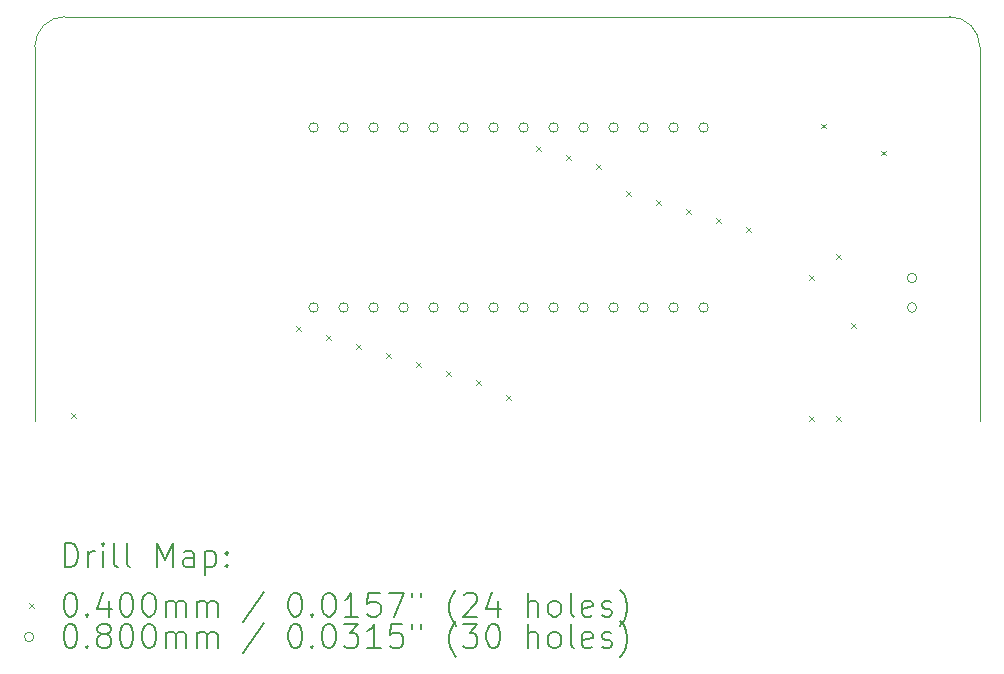
<source format=gbr>
%TF.GenerationSoftware,KiCad,Pcbnew,7.0.3*%
%TF.CreationDate,2023-05-28T22:07:41+08:00*%
%TF.ProjectId,Cartdrige,43617274-6472-4696-9765-2e6b69636164,rev?*%
%TF.SameCoordinates,Original*%
%TF.FileFunction,Drillmap*%
%TF.FilePolarity,Positive*%
%FSLAX45Y45*%
G04 Gerber Fmt 4.5, Leading zero omitted, Abs format (unit mm)*
G04 Created by KiCad (PCBNEW 7.0.3) date 2023-05-28 22:07:41*
%MOMM*%
%LPD*%
G01*
G04 APERTURE LIST*
%ADD10C,0.100000*%
%ADD11C,0.200000*%
%ADD12C,0.040000*%
%ADD13C,0.080000*%
G04 APERTURE END LIST*
D10*
X15163800Y-8661400D02*
X15165605Y-5488205D01*
X7418605Y-5234205D02*
G75*
G03*
X7164605Y-5488205I0J-254000D01*
G01*
X14911605Y-5234205D02*
X7418605Y-5234205D01*
X15165605Y-5488205D02*
G75*
G03*
X14911605Y-5234205I-253985J15D01*
G01*
X7164605Y-5488205D02*
X7162800Y-8661400D01*
D11*
D12*
X7473000Y-8590600D02*
X7513000Y-8630600D01*
X7513000Y-8590600D02*
X7473000Y-8630600D01*
X9378000Y-7854000D02*
X9418000Y-7894000D01*
X9418000Y-7854000D02*
X9378000Y-7894000D01*
X9632000Y-7930200D02*
X9672000Y-7970200D01*
X9672000Y-7930200D02*
X9632000Y-7970200D01*
X9886000Y-8006400D02*
X9926000Y-8046400D01*
X9926000Y-8006400D02*
X9886000Y-8046400D01*
X10140000Y-8082600D02*
X10180000Y-8122600D01*
X10180000Y-8082600D02*
X10140000Y-8122600D01*
X10394000Y-8158800D02*
X10434000Y-8198800D01*
X10434000Y-8158800D02*
X10394000Y-8198800D01*
X10648000Y-8235000D02*
X10688000Y-8275000D01*
X10688000Y-8235000D02*
X10648000Y-8275000D01*
X10902000Y-8311200D02*
X10942000Y-8351200D01*
X10942000Y-8311200D02*
X10902000Y-8351200D01*
X11156000Y-8438200D02*
X11196000Y-8478200D01*
X11196000Y-8438200D02*
X11156000Y-8478200D01*
X11410000Y-6330000D02*
X11450000Y-6370000D01*
X11450000Y-6330000D02*
X11410000Y-6370000D01*
X11664000Y-6406200D02*
X11704000Y-6446200D01*
X11704000Y-6406200D02*
X11664000Y-6446200D01*
X11918000Y-6482400D02*
X11958000Y-6522400D01*
X11958000Y-6482400D02*
X11918000Y-6522400D01*
X12172000Y-6711000D02*
X12212000Y-6751000D01*
X12212000Y-6711000D02*
X12172000Y-6751000D01*
X12426000Y-6787200D02*
X12466000Y-6827200D01*
X12466000Y-6787200D02*
X12426000Y-6827200D01*
X12680000Y-6863400D02*
X12720000Y-6903400D01*
X12720000Y-6863400D02*
X12680000Y-6903400D01*
X12934000Y-6939600D02*
X12974000Y-6979600D01*
X12974000Y-6939600D02*
X12934000Y-6979600D01*
X13188000Y-7015800D02*
X13228000Y-7055800D01*
X13228000Y-7015800D02*
X13188000Y-7055800D01*
X13721400Y-7422200D02*
X13761400Y-7462200D01*
X13761400Y-7422200D02*
X13721400Y-7462200D01*
X13721400Y-8616000D02*
X13761400Y-8656000D01*
X13761400Y-8616000D02*
X13721400Y-8656000D01*
X13823000Y-6139500D02*
X13863000Y-6179500D01*
X13863000Y-6139500D02*
X13823000Y-6179500D01*
X13950000Y-7244400D02*
X13990000Y-7284400D01*
X13990000Y-7244400D02*
X13950000Y-7284400D01*
X13950000Y-8616000D02*
X13990000Y-8656000D01*
X13990000Y-8616000D02*
X13950000Y-8656000D01*
X14077000Y-7828600D02*
X14117000Y-7868600D01*
X14117000Y-7828600D02*
X14077000Y-7868600D01*
X14331000Y-6368100D02*
X14371000Y-6408100D01*
X14371000Y-6368100D02*
X14331000Y-6408100D01*
D13*
X9565000Y-6172200D02*
G75*
G03*
X9565000Y-6172200I-40000J0D01*
G01*
X9565000Y-7696200D02*
G75*
G03*
X9565000Y-7696200I-40000J0D01*
G01*
X9819000Y-6172200D02*
G75*
G03*
X9819000Y-6172200I-40000J0D01*
G01*
X9819000Y-7696200D02*
G75*
G03*
X9819000Y-7696200I-40000J0D01*
G01*
X10073000Y-6172200D02*
G75*
G03*
X10073000Y-6172200I-40000J0D01*
G01*
X10073000Y-7696200D02*
G75*
G03*
X10073000Y-7696200I-40000J0D01*
G01*
X10327000Y-6172200D02*
G75*
G03*
X10327000Y-6172200I-40000J0D01*
G01*
X10327000Y-7696200D02*
G75*
G03*
X10327000Y-7696200I-40000J0D01*
G01*
X10581000Y-6172200D02*
G75*
G03*
X10581000Y-6172200I-40000J0D01*
G01*
X10581000Y-7696200D02*
G75*
G03*
X10581000Y-7696200I-40000J0D01*
G01*
X10835000Y-6172200D02*
G75*
G03*
X10835000Y-6172200I-40000J0D01*
G01*
X10835000Y-7696200D02*
G75*
G03*
X10835000Y-7696200I-40000J0D01*
G01*
X11089000Y-6172200D02*
G75*
G03*
X11089000Y-6172200I-40000J0D01*
G01*
X11089000Y-7696200D02*
G75*
G03*
X11089000Y-7696200I-40000J0D01*
G01*
X11343000Y-6172200D02*
G75*
G03*
X11343000Y-6172200I-40000J0D01*
G01*
X11343000Y-7696200D02*
G75*
G03*
X11343000Y-7696200I-40000J0D01*
G01*
X11597000Y-6172200D02*
G75*
G03*
X11597000Y-6172200I-40000J0D01*
G01*
X11597000Y-7696200D02*
G75*
G03*
X11597000Y-7696200I-40000J0D01*
G01*
X11851000Y-6172200D02*
G75*
G03*
X11851000Y-6172200I-40000J0D01*
G01*
X11851000Y-7696200D02*
G75*
G03*
X11851000Y-7696200I-40000J0D01*
G01*
X12105000Y-6172200D02*
G75*
G03*
X12105000Y-6172200I-40000J0D01*
G01*
X12105000Y-7696200D02*
G75*
G03*
X12105000Y-7696200I-40000J0D01*
G01*
X12359000Y-6172200D02*
G75*
G03*
X12359000Y-6172200I-40000J0D01*
G01*
X12359000Y-7696200D02*
G75*
G03*
X12359000Y-7696200I-40000J0D01*
G01*
X12613000Y-6172200D02*
G75*
G03*
X12613000Y-6172200I-40000J0D01*
G01*
X12613000Y-7696200D02*
G75*
G03*
X12613000Y-7696200I-40000J0D01*
G01*
X12867000Y-6172200D02*
G75*
G03*
X12867000Y-6172200I-40000J0D01*
G01*
X12867000Y-7696200D02*
G75*
G03*
X12867000Y-7696200I-40000J0D01*
G01*
X14632300Y-7446200D02*
G75*
G03*
X14632300Y-7446200I-40000J0D01*
G01*
X14632300Y-7696200D02*
G75*
G03*
X14632300Y-7696200I-40000J0D01*
G01*
D11*
X7417577Y-9893284D02*
X7417577Y-9693284D01*
X7417577Y-9693284D02*
X7465196Y-9693284D01*
X7465196Y-9693284D02*
X7493767Y-9702808D01*
X7493767Y-9702808D02*
X7512815Y-9721855D01*
X7512815Y-9721855D02*
X7522339Y-9740903D01*
X7522339Y-9740903D02*
X7531862Y-9778998D01*
X7531862Y-9778998D02*
X7531862Y-9807570D01*
X7531862Y-9807570D02*
X7522339Y-9845665D01*
X7522339Y-9845665D02*
X7512815Y-9864712D01*
X7512815Y-9864712D02*
X7493767Y-9883760D01*
X7493767Y-9883760D02*
X7465196Y-9893284D01*
X7465196Y-9893284D02*
X7417577Y-9893284D01*
X7617577Y-9893284D02*
X7617577Y-9759950D01*
X7617577Y-9798046D02*
X7627101Y-9778998D01*
X7627101Y-9778998D02*
X7636624Y-9769474D01*
X7636624Y-9769474D02*
X7655672Y-9759950D01*
X7655672Y-9759950D02*
X7674720Y-9759950D01*
X7741386Y-9893284D02*
X7741386Y-9759950D01*
X7741386Y-9693284D02*
X7731862Y-9702808D01*
X7731862Y-9702808D02*
X7741386Y-9712331D01*
X7741386Y-9712331D02*
X7750910Y-9702808D01*
X7750910Y-9702808D02*
X7741386Y-9693284D01*
X7741386Y-9693284D02*
X7741386Y-9712331D01*
X7865196Y-9893284D02*
X7846148Y-9883760D01*
X7846148Y-9883760D02*
X7836624Y-9864712D01*
X7836624Y-9864712D02*
X7836624Y-9693284D01*
X7969958Y-9893284D02*
X7950910Y-9883760D01*
X7950910Y-9883760D02*
X7941386Y-9864712D01*
X7941386Y-9864712D02*
X7941386Y-9693284D01*
X8198529Y-9893284D02*
X8198529Y-9693284D01*
X8198529Y-9693284D02*
X8265196Y-9836141D01*
X8265196Y-9836141D02*
X8331862Y-9693284D01*
X8331862Y-9693284D02*
X8331862Y-9893284D01*
X8512815Y-9893284D02*
X8512815Y-9788522D01*
X8512815Y-9788522D02*
X8503291Y-9769474D01*
X8503291Y-9769474D02*
X8484244Y-9759950D01*
X8484244Y-9759950D02*
X8446148Y-9759950D01*
X8446148Y-9759950D02*
X8427101Y-9769474D01*
X8512815Y-9883760D02*
X8493767Y-9893284D01*
X8493767Y-9893284D02*
X8446148Y-9893284D01*
X8446148Y-9893284D02*
X8427101Y-9883760D01*
X8427101Y-9883760D02*
X8417577Y-9864712D01*
X8417577Y-9864712D02*
X8417577Y-9845665D01*
X8417577Y-9845665D02*
X8427101Y-9826617D01*
X8427101Y-9826617D02*
X8446148Y-9817093D01*
X8446148Y-9817093D02*
X8493767Y-9817093D01*
X8493767Y-9817093D02*
X8512815Y-9807570D01*
X8608053Y-9759950D02*
X8608053Y-9959950D01*
X8608053Y-9769474D02*
X8627101Y-9759950D01*
X8627101Y-9759950D02*
X8665196Y-9759950D01*
X8665196Y-9759950D02*
X8684244Y-9769474D01*
X8684244Y-9769474D02*
X8693767Y-9778998D01*
X8693767Y-9778998D02*
X8703291Y-9798046D01*
X8703291Y-9798046D02*
X8703291Y-9855189D01*
X8703291Y-9855189D02*
X8693767Y-9874236D01*
X8693767Y-9874236D02*
X8684244Y-9883760D01*
X8684244Y-9883760D02*
X8665196Y-9893284D01*
X8665196Y-9893284D02*
X8627101Y-9893284D01*
X8627101Y-9893284D02*
X8608053Y-9883760D01*
X8789005Y-9874236D02*
X8798529Y-9883760D01*
X8798529Y-9883760D02*
X8789005Y-9893284D01*
X8789005Y-9893284D02*
X8779482Y-9883760D01*
X8779482Y-9883760D02*
X8789005Y-9874236D01*
X8789005Y-9874236D02*
X8789005Y-9893284D01*
X8789005Y-9769474D02*
X8798529Y-9778998D01*
X8798529Y-9778998D02*
X8789005Y-9788522D01*
X8789005Y-9788522D02*
X8779482Y-9778998D01*
X8779482Y-9778998D02*
X8789005Y-9769474D01*
X8789005Y-9769474D02*
X8789005Y-9788522D01*
D12*
X7116800Y-10201800D02*
X7156800Y-10241800D01*
X7156800Y-10201800D02*
X7116800Y-10241800D01*
D11*
X7455672Y-10113284D02*
X7474720Y-10113284D01*
X7474720Y-10113284D02*
X7493767Y-10122808D01*
X7493767Y-10122808D02*
X7503291Y-10132331D01*
X7503291Y-10132331D02*
X7512815Y-10151379D01*
X7512815Y-10151379D02*
X7522339Y-10189474D01*
X7522339Y-10189474D02*
X7522339Y-10237093D01*
X7522339Y-10237093D02*
X7512815Y-10275189D01*
X7512815Y-10275189D02*
X7503291Y-10294236D01*
X7503291Y-10294236D02*
X7493767Y-10303760D01*
X7493767Y-10303760D02*
X7474720Y-10313284D01*
X7474720Y-10313284D02*
X7455672Y-10313284D01*
X7455672Y-10313284D02*
X7436624Y-10303760D01*
X7436624Y-10303760D02*
X7427101Y-10294236D01*
X7427101Y-10294236D02*
X7417577Y-10275189D01*
X7417577Y-10275189D02*
X7408053Y-10237093D01*
X7408053Y-10237093D02*
X7408053Y-10189474D01*
X7408053Y-10189474D02*
X7417577Y-10151379D01*
X7417577Y-10151379D02*
X7427101Y-10132331D01*
X7427101Y-10132331D02*
X7436624Y-10122808D01*
X7436624Y-10122808D02*
X7455672Y-10113284D01*
X7608053Y-10294236D02*
X7617577Y-10303760D01*
X7617577Y-10303760D02*
X7608053Y-10313284D01*
X7608053Y-10313284D02*
X7598529Y-10303760D01*
X7598529Y-10303760D02*
X7608053Y-10294236D01*
X7608053Y-10294236D02*
X7608053Y-10313284D01*
X7789005Y-10179950D02*
X7789005Y-10313284D01*
X7741386Y-10103760D02*
X7693767Y-10246617D01*
X7693767Y-10246617D02*
X7817577Y-10246617D01*
X7931862Y-10113284D02*
X7950910Y-10113284D01*
X7950910Y-10113284D02*
X7969958Y-10122808D01*
X7969958Y-10122808D02*
X7979482Y-10132331D01*
X7979482Y-10132331D02*
X7989005Y-10151379D01*
X7989005Y-10151379D02*
X7998529Y-10189474D01*
X7998529Y-10189474D02*
X7998529Y-10237093D01*
X7998529Y-10237093D02*
X7989005Y-10275189D01*
X7989005Y-10275189D02*
X7979482Y-10294236D01*
X7979482Y-10294236D02*
X7969958Y-10303760D01*
X7969958Y-10303760D02*
X7950910Y-10313284D01*
X7950910Y-10313284D02*
X7931862Y-10313284D01*
X7931862Y-10313284D02*
X7912815Y-10303760D01*
X7912815Y-10303760D02*
X7903291Y-10294236D01*
X7903291Y-10294236D02*
X7893767Y-10275189D01*
X7893767Y-10275189D02*
X7884243Y-10237093D01*
X7884243Y-10237093D02*
X7884243Y-10189474D01*
X7884243Y-10189474D02*
X7893767Y-10151379D01*
X7893767Y-10151379D02*
X7903291Y-10132331D01*
X7903291Y-10132331D02*
X7912815Y-10122808D01*
X7912815Y-10122808D02*
X7931862Y-10113284D01*
X8122339Y-10113284D02*
X8141386Y-10113284D01*
X8141386Y-10113284D02*
X8160434Y-10122808D01*
X8160434Y-10122808D02*
X8169958Y-10132331D01*
X8169958Y-10132331D02*
X8179482Y-10151379D01*
X8179482Y-10151379D02*
X8189005Y-10189474D01*
X8189005Y-10189474D02*
X8189005Y-10237093D01*
X8189005Y-10237093D02*
X8179482Y-10275189D01*
X8179482Y-10275189D02*
X8169958Y-10294236D01*
X8169958Y-10294236D02*
X8160434Y-10303760D01*
X8160434Y-10303760D02*
X8141386Y-10313284D01*
X8141386Y-10313284D02*
X8122339Y-10313284D01*
X8122339Y-10313284D02*
X8103291Y-10303760D01*
X8103291Y-10303760D02*
X8093767Y-10294236D01*
X8093767Y-10294236D02*
X8084243Y-10275189D01*
X8084243Y-10275189D02*
X8074720Y-10237093D01*
X8074720Y-10237093D02*
X8074720Y-10189474D01*
X8074720Y-10189474D02*
X8084243Y-10151379D01*
X8084243Y-10151379D02*
X8093767Y-10132331D01*
X8093767Y-10132331D02*
X8103291Y-10122808D01*
X8103291Y-10122808D02*
X8122339Y-10113284D01*
X8274720Y-10313284D02*
X8274720Y-10179950D01*
X8274720Y-10198998D02*
X8284243Y-10189474D01*
X8284243Y-10189474D02*
X8303291Y-10179950D01*
X8303291Y-10179950D02*
X8331863Y-10179950D01*
X8331863Y-10179950D02*
X8350910Y-10189474D01*
X8350910Y-10189474D02*
X8360434Y-10208522D01*
X8360434Y-10208522D02*
X8360434Y-10313284D01*
X8360434Y-10208522D02*
X8369958Y-10189474D01*
X8369958Y-10189474D02*
X8389005Y-10179950D01*
X8389005Y-10179950D02*
X8417577Y-10179950D01*
X8417577Y-10179950D02*
X8436625Y-10189474D01*
X8436625Y-10189474D02*
X8446148Y-10208522D01*
X8446148Y-10208522D02*
X8446148Y-10313284D01*
X8541386Y-10313284D02*
X8541386Y-10179950D01*
X8541386Y-10198998D02*
X8550910Y-10189474D01*
X8550910Y-10189474D02*
X8569958Y-10179950D01*
X8569958Y-10179950D02*
X8598529Y-10179950D01*
X8598529Y-10179950D02*
X8617577Y-10189474D01*
X8617577Y-10189474D02*
X8627101Y-10208522D01*
X8627101Y-10208522D02*
X8627101Y-10313284D01*
X8627101Y-10208522D02*
X8636625Y-10189474D01*
X8636625Y-10189474D02*
X8655672Y-10179950D01*
X8655672Y-10179950D02*
X8684244Y-10179950D01*
X8684244Y-10179950D02*
X8703291Y-10189474D01*
X8703291Y-10189474D02*
X8712815Y-10208522D01*
X8712815Y-10208522D02*
X8712815Y-10313284D01*
X9103291Y-10103760D02*
X8931863Y-10360903D01*
X9360434Y-10113284D02*
X9379482Y-10113284D01*
X9379482Y-10113284D02*
X9398529Y-10122808D01*
X9398529Y-10122808D02*
X9408053Y-10132331D01*
X9408053Y-10132331D02*
X9417577Y-10151379D01*
X9417577Y-10151379D02*
X9427101Y-10189474D01*
X9427101Y-10189474D02*
X9427101Y-10237093D01*
X9427101Y-10237093D02*
X9417577Y-10275189D01*
X9417577Y-10275189D02*
X9408053Y-10294236D01*
X9408053Y-10294236D02*
X9398529Y-10303760D01*
X9398529Y-10303760D02*
X9379482Y-10313284D01*
X9379482Y-10313284D02*
X9360434Y-10313284D01*
X9360434Y-10313284D02*
X9341387Y-10303760D01*
X9341387Y-10303760D02*
X9331863Y-10294236D01*
X9331863Y-10294236D02*
X9322339Y-10275189D01*
X9322339Y-10275189D02*
X9312815Y-10237093D01*
X9312815Y-10237093D02*
X9312815Y-10189474D01*
X9312815Y-10189474D02*
X9322339Y-10151379D01*
X9322339Y-10151379D02*
X9331863Y-10132331D01*
X9331863Y-10132331D02*
X9341387Y-10122808D01*
X9341387Y-10122808D02*
X9360434Y-10113284D01*
X9512815Y-10294236D02*
X9522339Y-10303760D01*
X9522339Y-10303760D02*
X9512815Y-10313284D01*
X9512815Y-10313284D02*
X9503291Y-10303760D01*
X9503291Y-10303760D02*
X9512815Y-10294236D01*
X9512815Y-10294236D02*
X9512815Y-10313284D01*
X9646148Y-10113284D02*
X9665196Y-10113284D01*
X9665196Y-10113284D02*
X9684244Y-10122808D01*
X9684244Y-10122808D02*
X9693768Y-10132331D01*
X9693768Y-10132331D02*
X9703291Y-10151379D01*
X9703291Y-10151379D02*
X9712815Y-10189474D01*
X9712815Y-10189474D02*
X9712815Y-10237093D01*
X9712815Y-10237093D02*
X9703291Y-10275189D01*
X9703291Y-10275189D02*
X9693768Y-10294236D01*
X9693768Y-10294236D02*
X9684244Y-10303760D01*
X9684244Y-10303760D02*
X9665196Y-10313284D01*
X9665196Y-10313284D02*
X9646148Y-10313284D01*
X9646148Y-10313284D02*
X9627101Y-10303760D01*
X9627101Y-10303760D02*
X9617577Y-10294236D01*
X9617577Y-10294236D02*
X9608053Y-10275189D01*
X9608053Y-10275189D02*
X9598529Y-10237093D01*
X9598529Y-10237093D02*
X9598529Y-10189474D01*
X9598529Y-10189474D02*
X9608053Y-10151379D01*
X9608053Y-10151379D02*
X9617577Y-10132331D01*
X9617577Y-10132331D02*
X9627101Y-10122808D01*
X9627101Y-10122808D02*
X9646148Y-10113284D01*
X9903291Y-10313284D02*
X9789006Y-10313284D01*
X9846148Y-10313284D02*
X9846148Y-10113284D01*
X9846148Y-10113284D02*
X9827101Y-10141855D01*
X9827101Y-10141855D02*
X9808053Y-10160903D01*
X9808053Y-10160903D02*
X9789006Y-10170427D01*
X10084244Y-10113284D02*
X9989006Y-10113284D01*
X9989006Y-10113284D02*
X9979482Y-10208522D01*
X9979482Y-10208522D02*
X9989006Y-10198998D01*
X9989006Y-10198998D02*
X10008053Y-10189474D01*
X10008053Y-10189474D02*
X10055672Y-10189474D01*
X10055672Y-10189474D02*
X10074720Y-10198998D01*
X10074720Y-10198998D02*
X10084244Y-10208522D01*
X10084244Y-10208522D02*
X10093768Y-10227570D01*
X10093768Y-10227570D02*
X10093768Y-10275189D01*
X10093768Y-10275189D02*
X10084244Y-10294236D01*
X10084244Y-10294236D02*
X10074720Y-10303760D01*
X10074720Y-10303760D02*
X10055672Y-10313284D01*
X10055672Y-10313284D02*
X10008053Y-10313284D01*
X10008053Y-10313284D02*
X9989006Y-10303760D01*
X9989006Y-10303760D02*
X9979482Y-10294236D01*
X10160434Y-10113284D02*
X10293768Y-10113284D01*
X10293768Y-10113284D02*
X10208053Y-10313284D01*
X10360434Y-10113284D02*
X10360434Y-10151379D01*
X10436625Y-10113284D02*
X10436625Y-10151379D01*
X10731863Y-10389474D02*
X10722339Y-10379950D01*
X10722339Y-10379950D02*
X10703291Y-10351379D01*
X10703291Y-10351379D02*
X10693768Y-10332331D01*
X10693768Y-10332331D02*
X10684244Y-10303760D01*
X10684244Y-10303760D02*
X10674720Y-10256141D01*
X10674720Y-10256141D02*
X10674720Y-10218046D01*
X10674720Y-10218046D02*
X10684244Y-10170427D01*
X10684244Y-10170427D02*
X10693768Y-10141855D01*
X10693768Y-10141855D02*
X10703291Y-10122808D01*
X10703291Y-10122808D02*
X10722339Y-10094236D01*
X10722339Y-10094236D02*
X10731863Y-10084712D01*
X10798530Y-10132331D02*
X10808053Y-10122808D01*
X10808053Y-10122808D02*
X10827101Y-10113284D01*
X10827101Y-10113284D02*
X10874720Y-10113284D01*
X10874720Y-10113284D02*
X10893768Y-10122808D01*
X10893768Y-10122808D02*
X10903291Y-10132331D01*
X10903291Y-10132331D02*
X10912815Y-10151379D01*
X10912815Y-10151379D02*
X10912815Y-10170427D01*
X10912815Y-10170427D02*
X10903291Y-10198998D01*
X10903291Y-10198998D02*
X10789006Y-10313284D01*
X10789006Y-10313284D02*
X10912815Y-10313284D01*
X11084244Y-10179950D02*
X11084244Y-10313284D01*
X11036625Y-10103760D02*
X10989006Y-10246617D01*
X10989006Y-10246617D02*
X11112815Y-10246617D01*
X11341387Y-10313284D02*
X11341387Y-10113284D01*
X11427101Y-10313284D02*
X11427101Y-10208522D01*
X11427101Y-10208522D02*
X11417577Y-10189474D01*
X11417577Y-10189474D02*
X11398530Y-10179950D01*
X11398530Y-10179950D02*
X11369958Y-10179950D01*
X11369958Y-10179950D02*
X11350910Y-10189474D01*
X11350910Y-10189474D02*
X11341387Y-10198998D01*
X11550910Y-10313284D02*
X11531863Y-10303760D01*
X11531863Y-10303760D02*
X11522339Y-10294236D01*
X11522339Y-10294236D02*
X11512815Y-10275189D01*
X11512815Y-10275189D02*
X11512815Y-10218046D01*
X11512815Y-10218046D02*
X11522339Y-10198998D01*
X11522339Y-10198998D02*
X11531863Y-10189474D01*
X11531863Y-10189474D02*
X11550910Y-10179950D01*
X11550910Y-10179950D02*
X11579482Y-10179950D01*
X11579482Y-10179950D02*
X11598530Y-10189474D01*
X11598530Y-10189474D02*
X11608053Y-10198998D01*
X11608053Y-10198998D02*
X11617577Y-10218046D01*
X11617577Y-10218046D02*
X11617577Y-10275189D01*
X11617577Y-10275189D02*
X11608053Y-10294236D01*
X11608053Y-10294236D02*
X11598530Y-10303760D01*
X11598530Y-10303760D02*
X11579482Y-10313284D01*
X11579482Y-10313284D02*
X11550910Y-10313284D01*
X11731863Y-10313284D02*
X11712815Y-10303760D01*
X11712815Y-10303760D02*
X11703291Y-10284712D01*
X11703291Y-10284712D02*
X11703291Y-10113284D01*
X11884244Y-10303760D02*
X11865196Y-10313284D01*
X11865196Y-10313284D02*
X11827101Y-10313284D01*
X11827101Y-10313284D02*
X11808053Y-10303760D01*
X11808053Y-10303760D02*
X11798530Y-10284712D01*
X11798530Y-10284712D02*
X11798530Y-10208522D01*
X11798530Y-10208522D02*
X11808053Y-10189474D01*
X11808053Y-10189474D02*
X11827101Y-10179950D01*
X11827101Y-10179950D02*
X11865196Y-10179950D01*
X11865196Y-10179950D02*
X11884244Y-10189474D01*
X11884244Y-10189474D02*
X11893768Y-10208522D01*
X11893768Y-10208522D02*
X11893768Y-10227570D01*
X11893768Y-10227570D02*
X11798530Y-10246617D01*
X11969958Y-10303760D02*
X11989006Y-10313284D01*
X11989006Y-10313284D02*
X12027101Y-10313284D01*
X12027101Y-10313284D02*
X12046149Y-10303760D01*
X12046149Y-10303760D02*
X12055672Y-10284712D01*
X12055672Y-10284712D02*
X12055672Y-10275189D01*
X12055672Y-10275189D02*
X12046149Y-10256141D01*
X12046149Y-10256141D02*
X12027101Y-10246617D01*
X12027101Y-10246617D02*
X11998530Y-10246617D01*
X11998530Y-10246617D02*
X11979482Y-10237093D01*
X11979482Y-10237093D02*
X11969958Y-10218046D01*
X11969958Y-10218046D02*
X11969958Y-10208522D01*
X11969958Y-10208522D02*
X11979482Y-10189474D01*
X11979482Y-10189474D02*
X11998530Y-10179950D01*
X11998530Y-10179950D02*
X12027101Y-10179950D01*
X12027101Y-10179950D02*
X12046149Y-10189474D01*
X12122339Y-10389474D02*
X12131863Y-10379950D01*
X12131863Y-10379950D02*
X12150911Y-10351379D01*
X12150911Y-10351379D02*
X12160434Y-10332331D01*
X12160434Y-10332331D02*
X12169958Y-10303760D01*
X12169958Y-10303760D02*
X12179482Y-10256141D01*
X12179482Y-10256141D02*
X12179482Y-10218046D01*
X12179482Y-10218046D02*
X12169958Y-10170427D01*
X12169958Y-10170427D02*
X12160434Y-10141855D01*
X12160434Y-10141855D02*
X12150911Y-10122808D01*
X12150911Y-10122808D02*
X12131863Y-10094236D01*
X12131863Y-10094236D02*
X12122339Y-10084712D01*
D13*
X7156800Y-10485800D02*
G75*
G03*
X7156800Y-10485800I-40000J0D01*
G01*
D11*
X7455672Y-10377284D02*
X7474720Y-10377284D01*
X7474720Y-10377284D02*
X7493767Y-10386808D01*
X7493767Y-10386808D02*
X7503291Y-10396331D01*
X7503291Y-10396331D02*
X7512815Y-10415379D01*
X7512815Y-10415379D02*
X7522339Y-10453474D01*
X7522339Y-10453474D02*
X7522339Y-10501093D01*
X7522339Y-10501093D02*
X7512815Y-10539189D01*
X7512815Y-10539189D02*
X7503291Y-10558236D01*
X7503291Y-10558236D02*
X7493767Y-10567760D01*
X7493767Y-10567760D02*
X7474720Y-10577284D01*
X7474720Y-10577284D02*
X7455672Y-10577284D01*
X7455672Y-10577284D02*
X7436624Y-10567760D01*
X7436624Y-10567760D02*
X7427101Y-10558236D01*
X7427101Y-10558236D02*
X7417577Y-10539189D01*
X7417577Y-10539189D02*
X7408053Y-10501093D01*
X7408053Y-10501093D02*
X7408053Y-10453474D01*
X7408053Y-10453474D02*
X7417577Y-10415379D01*
X7417577Y-10415379D02*
X7427101Y-10396331D01*
X7427101Y-10396331D02*
X7436624Y-10386808D01*
X7436624Y-10386808D02*
X7455672Y-10377284D01*
X7608053Y-10558236D02*
X7617577Y-10567760D01*
X7617577Y-10567760D02*
X7608053Y-10577284D01*
X7608053Y-10577284D02*
X7598529Y-10567760D01*
X7598529Y-10567760D02*
X7608053Y-10558236D01*
X7608053Y-10558236D02*
X7608053Y-10577284D01*
X7731862Y-10462998D02*
X7712815Y-10453474D01*
X7712815Y-10453474D02*
X7703291Y-10443950D01*
X7703291Y-10443950D02*
X7693767Y-10424903D01*
X7693767Y-10424903D02*
X7693767Y-10415379D01*
X7693767Y-10415379D02*
X7703291Y-10396331D01*
X7703291Y-10396331D02*
X7712815Y-10386808D01*
X7712815Y-10386808D02*
X7731862Y-10377284D01*
X7731862Y-10377284D02*
X7769958Y-10377284D01*
X7769958Y-10377284D02*
X7789005Y-10386808D01*
X7789005Y-10386808D02*
X7798529Y-10396331D01*
X7798529Y-10396331D02*
X7808053Y-10415379D01*
X7808053Y-10415379D02*
X7808053Y-10424903D01*
X7808053Y-10424903D02*
X7798529Y-10443950D01*
X7798529Y-10443950D02*
X7789005Y-10453474D01*
X7789005Y-10453474D02*
X7769958Y-10462998D01*
X7769958Y-10462998D02*
X7731862Y-10462998D01*
X7731862Y-10462998D02*
X7712815Y-10472522D01*
X7712815Y-10472522D02*
X7703291Y-10482046D01*
X7703291Y-10482046D02*
X7693767Y-10501093D01*
X7693767Y-10501093D02*
X7693767Y-10539189D01*
X7693767Y-10539189D02*
X7703291Y-10558236D01*
X7703291Y-10558236D02*
X7712815Y-10567760D01*
X7712815Y-10567760D02*
X7731862Y-10577284D01*
X7731862Y-10577284D02*
X7769958Y-10577284D01*
X7769958Y-10577284D02*
X7789005Y-10567760D01*
X7789005Y-10567760D02*
X7798529Y-10558236D01*
X7798529Y-10558236D02*
X7808053Y-10539189D01*
X7808053Y-10539189D02*
X7808053Y-10501093D01*
X7808053Y-10501093D02*
X7798529Y-10482046D01*
X7798529Y-10482046D02*
X7789005Y-10472522D01*
X7789005Y-10472522D02*
X7769958Y-10462998D01*
X7931862Y-10377284D02*
X7950910Y-10377284D01*
X7950910Y-10377284D02*
X7969958Y-10386808D01*
X7969958Y-10386808D02*
X7979482Y-10396331D01*
X7979482Y-10396331D02*
X7989005Y-10415379D01*
X7989005Y-10415379D02*
X7998529Y-10453474D01*
X7998529Y-10453474D02*
X7998529Y-10501093D01*
X7998529Y-10501093D02*
X7989005Y-10539189D01*
X7989005Y-10539189D02*
X7979482Y-10558236D01*
X7979482Y-10558236D02*
X7969958Y-10567760D01*
X7969958Y-10567760D02*
X7950910Y-10577284D01*
X7950910Y-10577284D02*
X7931862Y-10577284D01*
X7931862Y-10577284D02*
X7912815Y-10567760D01*
X7912815Y-10567760D02*
X7903291Y-10558236D01*
X7903291Y-10558236D02*
X7893767Y-10539189D01*
X7893767Y-10539189D02*
X7884243Y-10501093D01*
X7884243Y-10501093D02*
X7884243Y-10453474D01*
X7884243Y-10453474D02*
X7893767Y-10415379D01*
X7893767Y-10415379D02*
X7903291Y-10396331D01*
X7903291Y-10396331D02*
X7912815Y-10386808D01*
X7912815Y-10386808D02*
X7931862Y-10377284D01*
X8122339Y-10377284D02*
X8141386Y-10377284D01*
X8141386Y-10377284D02*
X8160434Y-10386808D01*
X8160434Y-10386808D02*
X8169958Y-10396331D01*
X8169958Y-10396331D02*
X8179482Y-10415379D01*
X8179482Y-10415379D02*
X8189005Y-10453474D01*
X8189005Y-10453474D02*
X8189005Y-10501093D01*
X8189005Y-10501093D02*
X8179482Y-10539189D01*
X8179482Y-10539189D02*
X8169958Y-10558236D01*
X8169958Y-10558236D02*
X8160434Y-10567760D01*
X8160434Y-10567760D02*
X8141386Y-10577284D01*
X8141386Y-10577284D02*
X8122339Y-10577284D01*
X8122339Y-10577284D02*
X8103291Y-10567760D01*
X8103291Y-10567760D02*
X8093767Y-10558236D01*
X8093767Y-10558236D02*
X8084243Y-10539189D01*
X8084243Y-10539189D02*
X8074720Y-10501093D01*
X8074720Y-10501093D02*
X8074720Y-10453474D01*
X8074720Y-10453474D02*
X8084243Y-10415379D01*
X8084243Y-10415379D02*
X8093767Y-10396331D01*
X8093767Y-10396331D02*
X8103291Y-10386808D01*
X8103291Y-10386808D02*
X8122339Y-10377284D01*
X8274720Y-10577284D02*
X8274720Y-10443950D01*
X8274720Y-10462998D02*
X8284243Y-10453474D01*
X8284243Y-10453474D02*
X8303291Y-10443950D01*
X8303291Y-10443950D02*
X8331863Y-10443950D01*
X8331863Y-10443950D02*
X8350910Y-10453474D01*
X8350910Y-10453474D02*
X8360434Y-10472522D01*
X8360434Y-10472522D02*
X8360434Y-10577284D01*
X8360434Y-10472522D02*
X8369958Y-10453474D01*
X8369958Y-10453474D02*
X8389005Y-10443950D01*
X8389005Y-10443950D02*
X8417577Y-10443950D01*
X8417577Y-10443950D02*
X8436625Y-10453474D01*
X8436625Y-10453474D02*
X8446148Y-10472522D01*
X8446148Y-10472522D02*
X8446148Y-10577284D01*
X8541386Y-10577284D02*
X8541386Y-10443950D01*
X8541386Y-10462998D02*
X8550910Y-10453474D01*
X8550910Y-10453474D02*
X8569958Y-10443950D01*
X8569958Y-10443950D02*
X8598529Y-10443950D01*
X8598529Y-10443950D02*
X8617577Y-10453474D01*
X8617577Y-10453474D02*
X8627101Y-10472522D01*
X8627101Y-10472522D02*
X8627101Y-10577284D01*
X8627101Y-10472522D02*
X8636625Y-10453474D01*
X8636625Y-10453474D02*
X8655672Y-10443950D01*
X8655672Y-10443950D02*
X8684244Y-10443950D01*
X8684244Y-10443950D02*
X8703291Y-10453474D01*
X8703291Y-10453474D02*
X8712815Y-10472522D01*
X8712815Y-10472522D02*
X8712815Y-10577284D01*
X9103291Y-10367760D02*
X8931863Y-10624903D01*
X9360434Y-10377284D02*
X9379482Y-10377284D01*
X9379482Y-10377284D02*
X9398529Y-10386808D01*
X9398529Y-10386808D02*
X9408053Y-10396331D01*
X9408053Y-10396331D02*
X9417577Y-10415379D01*
X9417577Y-10415379D02*
X9427101Y-10453474D01*
X9427101Y-10453474D02*
X9427101Y-10501093D01*
X9427101Y-10501093D02*
X9417577Y-10539189D01*
X9417577Y-10539189D02*
X9408053Y-10558236D01*
X9408053Y-10558236D02*
X9398529Y-10567760D01*
X9398529Y-10567760D02*
X9379482Y-10577284D01*
X9379482Y-10577284D02*
X9360434Y-10577284D01*
X9360434Y-10577284D02*
X9341387Y-10567760D01*
X9341387Y-10567760D02*
X9331863Y-10558236D01*
X9331863Y-10558236D02*
X9322339Y-10539189D01*
X9322339Y-10539189D02*
X9312815Y-10501093D01*
X9312815Y-10501093D02*
X9312815Y-10453474D01*
X9312815Y-10453474D02*
X9322339Y-10415379D01*
X9322339Y-10415379D02*
X9331863Y-10396331D01*
X9331863Y-10396331D02*
X9341387Y-10386808D01*
X9341387Y-10386808D02*
X9360434Y-10377284D01*
X9512815Y-10558236D02*
X9522339Y-10567760D01*
X9522339Y-10567760D02*
X9512815Y-10577284D01*
X9512815Y-10577284D02*
X9503291Y-10567760D01*
X9503291Y-10567760D02*
X9512815Y-10558236D01*
X9512815Y-10558236D02*
X9512815Y-10577284D01*
X9646148Y-10377284D02*
X9665196Y-10377284D01*
X9665196Y-10377284D02*
X9684244Y-10386808D01*
X9684244Y-10386808D02*
X9693768Y-10396331D01*
X9693768Y-10396331D02*
X9703291Y-10415379D01*
X9703291Y-10415379D02*
X9712815Y-10453474D01*
X9712815Y-10453474D02*
X9712815Y-10501093D01*
X9712815Y-10501093D02*
X9703291Y-10539189D01*
X9703291Y-10539189D02*
X9693768Y-10558236D01*
X9693768Y-10558236D02*
X9684244Y-10567760D01*
X9684244Y-10567760D02*
X9665196Y-10577284D01*
X9665196Y-10577284D02*
X9646148Y-10577284D01*
X9646148Y-10577284D02*
X9627101Y-10567760D01*
X9627101Y-10567760D02*
X9617577Y-10558236D01*
X9617577Y-10558236D02*
X9608053Y-10539189D01*
X9608053Y-10539189D02*
X9598529Y-10501093D01*
X9598529Y-10501093D02*
X9598529Y-10453474D01*
X9598529Y-10453474D02*
X9608053Y-10415379D01*
X9608053Y-10415379D02*
X9617577Y-10396331D01*
X9617577Y-10396331D02*
X9627101Y-10386808D01*
X9627101Y-10386808D02*
X9646148Y-10377284D01*
X9779482Y-10377284D02*
X9903291Y-10377284D01*
X9903291Y-10377284D02*
X9836625Y-10453474D01*
X9836625Y-10453474D02*
X9865196Y-10453474D01*
X9865196Y-10453474D02*
X9884244Y-10462998D01*
X9884244Y-10462998D02*
X9893768Y-10472522D01*
X9893768Y-10472522D02*
X9903291Y-10491570D01*
X9903291Y-10491570D02*
X9903291Y-10539189D01*
X9903291Y-10539189D02*
X9893768Y-10558236D01*
X9893768Y-10558236D02*
X9884244Y-10567760D01*
X9884244Y-10567760D02*
X9865196Y-10577284D01*
X9865196Y-10577284D02*
X9808053Y-10577284D01*
X9808053Y-10577284D02*
X9789006Y-10567760D01*
X9789006Y-10567760D02*
X9779482Y-10558236D01*
X10093768Y-10577284D02*
X9979482Y-10577284D01*
X10036625Y-10577284D02*
X10036625Y-10377284D01*
X10036625Y-10377284D02*
X10017577Y-10405855D01*
X10017577Y-10405855D02*
X9998529Y-10424903D01*
X9998529Y-10424903D02*
X9979482Y-10434427D01*
X10274720Y-10377284D02*
X10179482Y-10377284D01*
X10179482Y-10377284D02*
X10169958Y-10472522D01*
X10169958Y-10472522D02*
X10179482Y-10462998D01*
X10179482Y-10462998D02*
X10198529Y-10453474D01*
X10198529Y-10453474D02*
X10246149Y-10453474D01*
X10246149Y-10453474D02*
X10265196Y-10462998D01*
X10265196Y-10462998D02*
X10274720Y-10472522D01*
X10274720Y-10472522D02*
X10284244Y-10491570D01*
X10284244Y-10491570D02*
X10284244Y-10539189D01*
X10284244Y-10539189D02*
X10274720Y-10558236D01*
X10274720Y-10558236D02*
X10265196Y-10567760D01*
X10265196Y-10567760D02*
X10246149Y-10577284D01*
X10246149Y-10577284D02*
X10198529Y-10577284D01*
X10198529Y-10577284D02*
X10179482Y-10567760D01*
X10179482Y-10567760D02*
X10169958Y-10558236D01*
X10360434Y-10377284D02*
X10360434Y-10415379D01*
X10436625Y-10377284D02*
X10436625Y-10415379D01*
X10731863Y-10653474D02*
X10722339Y-10643950D01*
X10722339Y-10643950D02*
X10703291Y-10615379D01*
X10703291Y-10615379D02*
X10693768Y-10596331D01*
X10693768Y-10596331D02*
X10684244Y-10567760D01*
X10684244Y-10567760D02*
X10674720Y-10520141D01*
X10674720Y-10520141D02*
X10674720Y-10482046D01*
X10674720Y-10482046D02*
X10684244Y-10434427D01*
X10684244Y-10434427D02*
X10693768Y-10405855D01*
X10693768Y-10405855D02*
X10703291Y-10386808D01*
X10703291Y-10386808D02*
X10722339Y-10358236D01*
X10722339Y-10358236D02*
X10731863Y-10348712D01*
X10789006Y-10377284D02*
X10912815Y-10377284D01*
X10912815Y-10377284D02*
X10846149Y-10453474D01*
X10846149Y-10453474D02*
X10874720Y-10453474D01*
X10874720Y-10453474D02*
X10893768Y-10462998D01*
X10893768Y-10462998D02*
X10903291Y-10472522D01*
X10903291Y-10472522D02*
X10912815Y-10491570D01*
X10912815Y-10491570D02*
X10912815Y-10539189D01*
X10912815Y-10539189D02*
X10903291Y-10558236D01*
X10903291Y-10558236D02*
X10893768Y-10567760D01*
X10893768Y-10567760D02*
X10874720Y-10577284D01*
X10874720Y-10577284D02*
X10817577Y-10577284D01*
X10817577Y-10577284D02*
X10798530Y-10567760D01*
X10798530Y-10567760D02*
X10789006Y-10558236D01*
X11036625Y-10377284D02*
X11055672Y-10377284D01*
X11055672Y-10377284D02*
X11074720Y-10386808D01*
X11074720Y-10386808D02*
X11084244Y-10396331D01*
X11084244Y-10396331D02*
X11093768Y-10415379D01*
X11093768Y-10415379D02*
X11103291Y-10453474D01*
X11103291Y-10453474D02*
X11103291Y-10501093D01*
X11103291Y-10501093D02*
X11093768Y-10539189D01*
X11093768Y-10539189D02*
X11084244Y-10558236D01*
X11084244Y-10558236D02*
X11074720Y-10567760D01*
X11074720Y-10567760D02*
X11055672Y-10577284D01*
X11055672Y-10577284D02*
X11036625Y-10577284D01*
X11036625Y-10577284D02*
X11017577Y-10567760D01*
X11017577Y-10567760D02*
X11008053Y-10558236D01*
X11008053Y-10558236D02*
X10998530Y-10539189D01*
X10998530Y-10539189D02*
X10989006Y-10501093D01*
X10989006Y-10501093D02*
X10989006Y-10453474D01*
X10989006Y-10453474D02*
X10998530Y-10415379D01*
X10998530Y-10415379D02*
X11008053Y-10396331D01*
X11008053Y-10396331D02*
X11017577Y-10386808D01*
X11017577Y-10386808D02*
X11036625Y-10377284D01*
X11341387Y-10577284D02*
X11341387Y-10377284D01*
X11427101Y-10577284D02*
X11427101Y-10472522D01*
X11427101Y-10472522D02*
X11417577Y-10453474D01*
X11417577Y-10453474D02*
X11398530Y-10443950D01*
X11398530Y-10443950D02*
X11369958Y-10443950D01*
X11369958Y-10443950D02*
X11350910Y-10453474D01*
X11350910Y-10453474D02*
X11341387Y-10462998D01*
X11550910Y-10577284D02*
X11531863Y-10567760D01*
X11531863Y-10567760D02*
X11522339Y-10558236D01*
X11522339Y-10558236D02*
X11512815Y-10539189D01*
X11512815Y-10539189D02*
X11512815Y-10482046D01*
X11512815Y-10482046D02*
X11522339Y-10462998D01*
X11522339Y-10462998D02*
X11531863Y-10453474D01*
X11531863Y-10453474D02*
X11550910Y-10443950D01*
X11550910Y-10443950D02*
X11579482Y-10443950D01*
X11579482Y-10443950D02*
X11598530Y-10453474D01*
X11598530Y-10453474D02*
X11608053Y-10462998D01*
X11608053Y-10462998D02*
X11617577Y-10482046D01*
X11617577Y-10482046D02*
X11617577Y-10539189D01*
X11617577Y-10539189D02*
X11608053Y-10558236D01*
X11608053Y-10558236D02*
X11598530Y-10567760D01*
X11598530Y-10567760D02*
X11579482Y-10577284D01*
X11579482Y-10577284D02*
X11550910Y-10577284D01*
X11731863Y-10577284D02*
X11712815Y-10567760D01*
X11712815Y-10567760D02*
X11703291Y-10548712D01*
X11703291Y-10548712D02*
X11703291Y-10377284D01*
X11884244Y-10567760D02*
X11865196Y-10577284D01*
X11865196Y-10577284D02*
X11827101Y-10577284D01*
X11827101Y-10577284D02*
X11808053Y-10567760D01*
X11808053Y-10567760D02*
X11798530Y-10548712D01*
X11798530Y-10548712D02*
X11798530Y-10472522D01*
X11798530Y-10472522D02*
X11808053Y-10453474D01*
X11808053Y-10453474D02*
X11827101Y-10443950D01*
X11827101Y-10443950D02*
X11865196Y-10443950D01*
X11865196Y-10443950D02*
X11884244Y-10453474D01*
X11884244Y-10453474D02*
X11893768Y-10472522D01*
X11893768Y-10472522D02*
X11893768Y-10491570D01*
X11893768Y-10491570D02*
X11798530Y-10510617D01*
X11969958Y-10567760D02*
X11989006Y-10577284D01*
X11989006Y-10577284D02*
X12027101Y-10577284D01*
X12027101Y-10577284D02*
X12046149Y-10567760D01*
X12046149Y-10567760D02*
X12055672Y-10548712D01*
X12055672Y-10548712D02*
X12055672Y-10539189D01*
X12055672Y-10539189D02*
X12046149Y-10520141D01*
X12046149Y-10520141D02*
X12027101Y-10510617D01*
X12027101Y-10510617D02*
X11998530Y-10510617D01*
X11998530Y-10510617D02*
X11979482Y-10501093D01*
X11979482Y-10501093D02*
X11969958Y-10482046D01*
X11969958Y-10482046D02*
X11969958Y-10472522D01*
X11969958Y-10472522D02*
X11979482Y-10453474D01*
X11979482Y-10453474D02*
X11998530Y-10443950D01*
X11998530Y-10443950D02*
X12027101Y-10443950D01*
X12027101Y-10443950D02*
X12046149Y-10453474D01*
X12122339Y-10653474D02*
X12131863Y-10643950D01*
X12131863Y-10643950D02*
X12150911Y-10615379D01*
X12150911Y-10615379D02*
X12160434Y-10596331D01*
X12160434Y-10596331D02*
X12169958Y-10567760D01*
X12169958Y-10567760D02*
X12179482Y-10520141D01*
X12179482Y-10520141D02*
X12179482Y-10482046D01*
X12179482Y-10482046D02*
X12169958Y-10434427D01*
X12169958Y-10434427D02*
X12160434Y-10405855D01*
X12160434Y-10405855D02*
X12150911Y-10386808D01*
X12150911Y-10386808D02*
X12131863Y-10358236D01*
X12131863Y-10358236D02*
X12122339Y-10348712D01*
M02*

</source>
